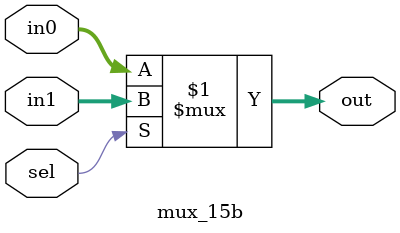
<source format=v>
module mux_15b (
  input  wire             sel,
  input  wire [14:0]       in0,
  input  wire [14:0]       in1,
  output wire [14:0]       out
);

  assign out = sel? in1 : in0;

endmodule
</source>
